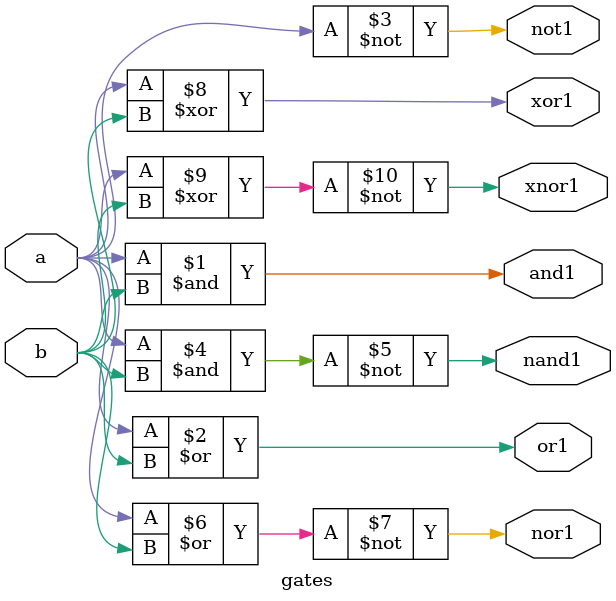
<source format=v>

module gates(

input a,b,
output and1,
output not1,
output or1,
output nand1,
output nor1,
output xor1,
output xnor1
);

assign and1 = a&b;
assign or1 = a|b;
assign not1 = ~a;
assign nand1 = ~(a&b);
assign nor1 = ~(a|b);
assign xor1 = a^b;
assign xnor1 = ~(a^b);

initial begin 
	$dumpfile("secGates_Waves.vcd");
	$dumpvars(0, firstInstance);
end
endmodule
</source>
